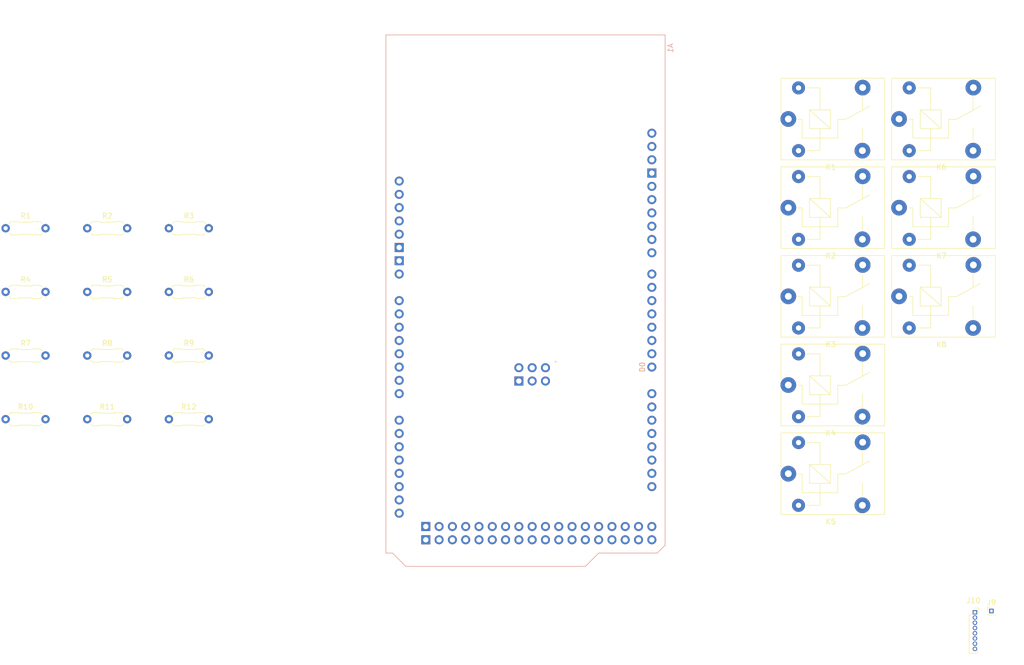
<source format=kicad_pcb>
(kicad_pcb (version 20241229) (generator "pcbnew") (generator_version "9.0")
  (layers (0 "F.Cu" signal) (2 "B.Cu" signal) (13 "F.Paste" user) (15 "B.Paste" user) (5 "F.SilkS" user "F.Silkscreen") (7 "B.SilkS" user "B.Silkscreen") (1 "F.Mask" user) (3 "B.Mask" user) (25 "Edge.Cuts" user))
  (net 0 "")
  (net 21 "Net-(A1-PadA1)")
  (net 28 "Net-(A1-PadA2)")
  (net 49 "Net-(A1-PadA0)")
  (net 53 "Net-(A1-GND-PadGND1)")
  (net 60 "Net-(A1-5V-Pad5V1)")
  (net 66 "Net-(A1-PadA3)")
  (net 91 "/COM")
  (net 92 "Net-(J10-Pin_2)")
  (net 93 "Net-(J10-Pin_4)")
  (net 94 "Net-(J10-Pin_8)")
  (net 95 "Net-(J10-Pin_1)")
  (net 96 "Net-(J10-Pin_7)")
  (net 97 "Net-(J10-Pin_5)")
  (net 98 "Net-(J10-Pin_6)")
  (net 99 "Net-(J10-Pin_3)")
  (net 109 "Net-(R5-Pad2)")
  (net 111 "Net-(R8-Pad2)")
  (net 113 "Net-(R11-Pad2)")
  (net 115 "Net-(R2-Pad2)")
  (net 116 "Net-(A1-GND-PadGND2)")
  (footprint "Resistor_THT:R_Axial_DIN0207_L6.3mm_D2.5mm_P7.62mm_Horizontal_CUSTOM" (layer "F.Cu") (at 77.69 114.833333)
    (property "Reference" "R10" (at 3.81 -2.37 0) (layer "F.SilkS"))
    (property "Value" "1500" (hide yes))
    (pad "1" thru_hole circle (at 0 0) (size 1.6 1.6) (drill 0.8) (layers "*.Cu" "*.Mask"))
    (pad "2" thru_hole oval (at 7.62 0) (size 1.6 1.6) (drill 0.8) (layers "*.Cu" "*.Mask") (net 28 "Net-(A1-PadA2)"))
  )
  (footprint "Resistor_THT:R_Axial_DIN0207_L6.3mm_D2.5mm_P7.62mm_Horizontal_CUSTOM" (layer "F.Cu") (at 108.88 78.333333)
    (property "Reference" "R3" (at 3.81 -2.37 0) (layer "F.SilkS"))
    (property "Value" "68" (hide yes))
    (pad "1" thru_hole circle (at 0 0) (size 1.6 1.6) (drill 0.8) (layers "*.Cu" "*.Mask") (net 115 "Net-(R2-Pad2)"))
    (pad "2" thru_hole oval (at 7.62 0) (size 1.6 1.6) (drill 0.8) (layers "*.Cu" "*.Mask") (net 116 "Net-(A1-GND-PadGND2)"))
  )
  (footprint "Relay_THT:Relay_SPDT_SANYOU_SRD_Series_Form_C" (layer "F.Cu") (at 248.35 57.45)
    (property "Reference" "K6" (at 8.1 9.2 0) (layer "F.SilkS"))
    (property "Value" "SANYOU_SRD_Form_C")
    (pad "1" thru_hole circle (at 0 0 90) (size 3 3) (drill 1.3) (layers "*.Cu" "*.Mask") (net 91 "/COM"))
    (pad "2" thru_hole circle (at 1.95 6.05 90) (size 2.5 2.5) (drill 1) (layers "*.Cu" "*.Mask") (net 53 "Net-(A1-GND-PadGND1)"))
    (pad "3" thru_hole circle (at 14.15 6.05 90) (size 3 3) (drill 1.3) (layers "*.Cu" "*.Mask") (net 98 "Net-(J10-Pin_6)"))
    (pad "4" thru_hole circle (at 14.2 -6 90) (size 3 3) (drill 1.3) (layers "*.Cu" "*.Mask"))
    (pad "5" thru_hole circle (at 1.95 -5.95 90) (size 2.5 2.5) (drill 1) (layers "*.Cu" "*.Mask") (net 60 "Net-(A1-5V-Pad5V1)"))
  )
  (footprint "Resistor_THT:R_Axial_DIN0207_L6.3mm_D2.5mm_P7.62mm_Horizontal_CUSTOM" (layer "F.Cu") (at 93.285 102.666666)
    (property "Reference" "R8" (at 3.81 -2.37 0) (layer "F.SilkS"))
    (property "Value" "330" (hide yes))
    (pad "1" thru_hole circle (at 0 0) (size 1.6 1.6) (drill 0.8) (layers "*.Cu" "*.Mask") (net 66 "Net-(A1-PadA3)"))
    (pad "2" thru_hole oval (at 7.62 0) (size 1.6 1.6) (drill 0.8) (layers "*.Cu" "*.Mask") (net 111 "Net-(R8-Pad2)"))
  )
  (footprint "Relay_THT:Relay_SPDT_SANYOU_SRD_Series_Form_C" (layer "F.Cu") (at 248.35 74.4)
    (property "Reference" "K7" (at 8.1 9.2 0) (layer "F.SilkS"))
    (property "Value" "SANYOU_SRD_Form_C")
    (pad "1" thru_hole circle (at 0 0 90) (size 3 3) (drill 1.3) (layers "*.Cu" "*.Mask") (net 91 "/COM"))
    (pad "2" thru_hole circle (at 1.95 6.05 90) (size 2.5 2.5) (drill 1) (layers "*.Cu" "*.Mask") (net 53 "Net-(A1-GND-PadGND1)"))
    (pad "3" thru_hole circle (at 14.15 6.05 90) (size 3 3) (drill 1.3) (layers "*.Cu" "*.Mask") (net 96 "Net-(J10-Pin_7)"))
    (pad "4" thru_hole circle (at 14.2 -6 90) (size 3 3) (drill 1.3) (layers "*.Cu" "*.Mask"))
    (pad "5" thru_hole circle (at 1.95 -5.95 90) (size 2.5 2.5) (drill 1) (layers "*.Cu" "*.Mask") (net 60 "Net-(A1-5V-Pad5V1)"))
  )
  (footprint "PCM_arduino-library:Arduino_Mega2560_R3_Shield" (layer "F.Cu") (at 150.33 41.37 -90)
    (property "Reference" "A1" (at 2.54 -54.356 90) (layer "B.SilkS") (effects (justify mirror)))
    (property "Value" "Arduino_Mega2560_R3_Shield")
    (fp_text user "." (at 62.484 -32.004 90) (layer "F.SilkS"))
    (fp_text user "D0" (at 63.5 -48.895 270) (layer "F.SilkS"))
    (fp_text user "." (at 62.484 -32.004 90) (layer "B.SilkS"))
    (fp_text user "D0" (at 63.5 -48.895 270) (layer "B.SilkS") (effects (justify mirror)))
    (pad "" np_thru_hole circle (at 13.97 -2.54 270) (size 3.2 3.2) (drill 3.2) (layers "*.Cu" "*.Mask"))
    (pad "" np_thru_hole circle (at 15.24 -50.8 270) (size 3.2 3.2) (drill 3.2) (layers "*.Cu" "*.Mask"))
    (pad "" thru_hole oval (at 27.94 -2.54 270) (size 1.7272 1.7272) (drill 1.016) (layers "*.Cu" "*.Mask"))
    (pad "" np_thru_hole circle (at 66.04 -35.56 270) (size 3.2 3.2) (drill 3.2) (layers "*.Cu" "*.Mask"))
    (pad "" np_thru_hole circle (at 66.04 -7.62 270) (size 3.2 3.2) (drill 3.2) (layers "*.Cu" "*.Mask"))
    (pad "" np_thru_hole circle (at 90.17 -50.8 270) (size 3.2 3.2) (drill 3.2) (layers "*.Cu" "*.Mask"))
    (pad "" np_thru_hole circle (at 96.52 -2.54 270) (size 3.2 3.2) (drill 3.2) (layers "*.Cu" "*.Mask"))
    (pad "3V3" thru_hole oval (at 35.56 -2.54 270) (size 1.7272 1.7272) (drill 1.016) (layers "*.Cu" "*.Mask"))
    (pad "5V1" thru_hole oval (at 38.1 -2.54 270) (size 1.7272 1.7272) (drill 1.016) (layers "*.Cu" "*.Mask") (net 60 "Net-(A1-5V-Pad5V1)"))
    (pad "5V2" thru_hole oval (at 66.167 -30.48 270) (size 1.7272 1.7272) (drill 1.016) (layers "*.Cu" "*.Mask"))
    (pad "5V3" thru_hole oval (at 93.98 -50.8 270) (size 1.7272 1.7272) (drill 1.016) (layers "*.Cu" "*.Mask"))
    (pad "5V4" thru_hole oval (at 96.52 -50.8 270) (size 1.7272 1.7272) (drill 1.016) (layers "*.Cu" "*.Mask"))
    (pad "A0" thru_hole oval (at 50.8 -2.54 270) (size 1.7272 1.7272) (drill 1.016) (layers "*.Cu" "*.Mask") (net 49 "Net-(A1-PadA0)"))
    (pad "A1" thru_hole oval (at 53.34 -2.54 270) (size 1.7272 1.7272) (drill 1.016) (layers "*.Cu" "*.Mask") (net 21 "Net-(A1-PadA1)"))
    (pad "A2" thru_hole oval (at 55.88 -2.54 270) (size 1.7272 1.7272) (drill 1.016) (layers "*.Cu" "*.Mask") (net 28 "Net-(A1-PadA2)"))
    (pad "A3" thru_hole oval (at 58.42 -2.54 270) (size 1.7272 1.7272) (drill 1.016) (layers "*.Cu" "*.Mask") (net 66 "Net-(A1-PadA3)"))
    (pad "A4" thru_hole oval (at 60.96 -2.54 270) (size 1.7272 1.7272) (drill 1.016) (layers "*.Cu" "*.Mask"))
    (pad "A5" thru_hole oval (at 63.5 -2.54 270) (size 1.7272 1.7272) (drill 1.016) (layers "*.Cu" "*.Mask"))
    (pad "A6" thru_hole oval (at 66.04 -2.54 270) (size 1.7272 1.7272) (drill 1.016) (layers "*.Cu" "*.Mask"))
    (pad "A7" thru_hole oval (at 68.58 -2.54 270) (size 1.7272 1.7272) (drill 1.016) (layers "*.Cu" "*.Mask"))
    (pad "A8" thru_hole oval (at 73.66 -2.54 270) (size 1.7272 1.7272) (drill 1.016) (layers "*.Cu" "*.Mask"))
    (pad "A9" thru_hole oval (at 76.2 -2.54 270) (size 1.7272 1.7272) (drill 1.016) (layers "*.Cu" "*.Mask"))
    (pad "A10" thru_hole oval (at 78.74 -2.54 270) (size 1.7272 1.7272) (drill 1.016) (layers "*.Cu" "*.Mask"))
    (pad "A11" thru_hole oval (at 81.28 -2.54 270) (size 1.7272 1.7272) (drill 1.016) (layers "*.Cu" "*.Mask"))
    (pad "A12" thru_hole oval (at 83.82 -2.54 270) (size 1.7272 1.7272) (drill 1.016) (layers "*.Cu" "*.Mask"))
    (pad "A13" thru_hole oval (at 86.36 -2.54 270) (size 1.7272 1.7272) (drill 1.016) (layers "*.Cu" "*.Mask"))
    (pad "A14" thru_hole oval (at 88.9 -2.54 270) (size 1.7272 1.7272) (drill 1.016) (layers "*.Cu" "*.Mask"))
    (pad "A15" thru_hole oval (at 91.44 -2.54 270) (size 1.7272 1.7272) (drill 1.016) (layers "*.Cu" "*.Mask"))
    (pad "AREF" thru_hole oval (at 23.876 -50.8 270) (size 1.7272 1.7272) (drill 1.016) (layers "*.Cu" "*.Mask"))
    (pad "D0" thru_hole oval (at 63.5 -50.8 270) (size 1.7272 1.7272) (drill 1.016) (layers "*.Cu" "*.Mask"))
    (pad "D1" thru_hole oval (at 60.96 -50.8 270) (size 1.7272 1.7272) (drill 1.016) (layers "*.Cu" "*.Mask"))
    (pad "D2" thru_hole oval (at 58.42 -50.8 270) (size 1.7272 1.7272) (drill 1.016) (layers "*.Cu" "*.Mask"))
    (pad "D3" thru_hole oval (at 55.88 -50.8 270) (size 1.7272 1.7272) (drill 1.016) (layers "*.Cu" "*.Mask"))
    (pad "D4" thru_hole oval (at 53.34 -50.8 270) (size 1.7272 1.7272) (drill 1.016) (layers "*.Cu" "*.Mask"))
    (pad "D5" thru_hole oval (at 50.8 -50.8 270) (size 1.7272 1.7272) (drill 1.016) (layers "*.Cu" "*.Mask"))
    (pad "D6" thru_hole oval (at 48.26 -50.8 270) (size 1.7272 1.7272) (drill 1.016) (layers "*.Cu" "*.Mask"))
    (pad "D7" thru_hole oval (at 45.72 -50.8 270) (size 1.7272 1.7272) (drill 1.016) (layers "*.Cu" "*.Mask"))
    (pad "D8" thru_hole oval (at 41.656 -50.8 270) (size 1.7272 1.7272) (drill 1.016) (layers "*.Cu" "*.Mask"))
    (pad "D9" thru_hole oval (at 39.116 -50.8 270) (size 1.7272 1.7272) (drill 1.016) (layers "*.Cu" "*.Mask"))
    (pad "D10" thru_hole oval (at 36.576 -50.8 270) (size 1.7272 1.7272) (drill 1.016) (layers "*.Cu" "*.Mask"))
    (pad "D11" thru_hole oval (at 34.036 -50.8 270) (size 1.7272 1.7272) (drill 1.016) (layers "*.Cu" "*.Mask"))
    (pad "D12" thru_hole oval (at 31.496 -50.8 270) (size 1.7272 1.7272) (drill 1.016) (layers "*.Cu" "*.Mask"))
    (pad "D13" thru_hole oval (at 28.956 -50.8 270) (size 1.7272 1.7272) (drill 1.016) (layers "*.Cu" "*.Mask"))
    (pad "D14" thru_hole oval (at 68.58 -50.8 270) (size 1.7272 1.7272) (drill 1.016) (layers "*.Cu" "*.Mask"))
    (pad "D15" thru_hole oval (at 71.12 -50.8 270) (size 1.7272 1.7272) (drill 1.016) (layers "*.Cu" "*.Mask"))
    (pad "D16" thru_hole oval (at 73.66 -50.8 270) (size 1.7272 1.7272) (drill 1.016) (layers "*.Cu" "*.Mask"))
    (pad "D17" thru_hole oval (at 76.2 -50.8 270) (size 1.7272 1.7272) (drill 1.016) (layers "*.Cu" "*.Mask"))
    (pad "D18" thru_hole oval (at 78.74 -50.8 270) (size 1.7272 1.7272) (drill 1.016) (layers "*.Cu" "*.Mask"))
    (pad "D19" thru_hole oval (at 81.28 -50.8 270) (size 1.7272 1.7272) (drill 1.016) (layers "*.Cu" "*.Mask"))
    (pad "D20" thru_hole oval (at 83.82 -50.8 270) (size 1.7272 1.7272) (drill 1.016) (layers "*.Cu" "*.Mask"))
    (pad "D21" thru_hole oval (at 86.36 -50.8 270) (size 1.7272 1.7272) (drill 1.016) (layers "*.Cu" "*.Mask"))
    (pad "D22" thru_hole oval (at 93.98 -48.26 270) (size 1.7272 1.7272) (drill 1.016) (layers "*.Cu" "*.Mask"))
    (pad "D23" thru_hole oval (at 96.52 -48.26 270) (size 1.7272 1.7272) (drill 1.016) (layers "*.Cu" "*.Mask"))
    (pad "D24" thru_hole oval (at 93.98 -45.72 270) (size 1.7272 1.7272) (drill 1.016) (layers "*.Cu" "*.Mask"))
    (pad "D25" thru_hole oval (at 96.52 -45.72 270) (size 1.7272 1.7272) (drill 1.016) (layers "*.Cu" "*.Mask"))
    (pad "D26" thru_hole oval (at 93.98 -43.18 270) (size 1.7272 1.7272) (drill 1.016) (layers "*.Cu" "*.Mask"))
    (pad "D27" thru_hole oval (at 96.52 -43.18 270) (size 1.7272 1.7272) (drill 1.016) (layers "*.Cu" "*.Mask"))
    (pad "D28" thru_hole oval (at 93.98 -40.64 270) (size 1.7272 1.7272) (drill 1.016) (layers "*.Cu" "*.Mask"))
    (pad "D29" thru_hole oval (at 96.52 -40.64 270) (size 1.7272 1.7272) (drill 1.016) (layers "*.Cu" "*.Mask"))
    (pad "D30" thru_hole oval (at 93.98 -38.1 270) (size 1.7272 1.7272) (drill 1.016) (layers "*.Cu" "*.Mask"))
    (pad "D31" thru_hole oval (at 96.52 -38.1 270) (size 1.7272 1.7272) (drill 1.016) (layers "*.Cu" "*.Mask"))
    (pad "D32" thru_hole oval (at 93.98 -35.56 270) (size 1.7272 1.7272) (drill 1.016) (layers "*.Cu" "*.Mask"))
    (pad "D33" thru_hole oval (at 96.52 -35.56 270) (size 1.7272 1.7272) (drill 1.016) (layers "*.Cu" "*.Mask"))
    (pad "D34" thru_hole oval (at 93.98 -33.02 270) (size 1.7272 1.7272) (drill 1.016) (layers "*.Cu" "*.Mask"))
    (pad "D35" thru_hole oval (at 96.52 -33.02 270) (size 1.7272 1.7272) (drill 1.016) (layers "*.Cu" "*.Mask"))
    (pad "D36" thru_hole oval (at 93.98 -30.48 270) (size 1.7272 1.7272) (drill 1.016) (layers "*.Cu" "*.Mask"))
    (pad "D37" thru_hole oval (at 96.52 -30.48 270) (size 1.7272 1.7272) (drill 1.016) (layers "*.Cu" "*.Mask"))
    (pad "D38" thru_hole oval (at 93.98 -27.94 270) (size 1.7272 1.7272) (drill 1.016) (layers "*.Cu" "*.Mask"))
    (pad "D39" thru_hole oval (at 96.52 -27.94 270) (size 1.7272 1.7272) (drill 1.016) (layers "*.Cu" "*.Mask"))
    (pad "D40" thru_hole oval (at 93.98 -25.4 270) (size 1.7272 1.7272) (drill 1.016) (layers "*.Cu" "*.Mask"))
    (pad "D41" thru_hole oval (at 96.52 -25.4 270) (size 1.7272 1.7272) (drill 1.016) (layers "*.Cu" "*.Mask"))
    (pad "D42" thru_hole oval (at 93.98 -22.86 270) (size 1.7272 1.7272) (drill 1.016) (layers "*.Cu" "*.Mask"))
    (pad "D43" thru_hole oval (at 96.52 -22.86 270) (size 1.7272 1.7272) (drill 1.016) (layers "*.Cu" "*.Mask"))
    (pad "D44" thru_hole oval (at 93.98 -20.32 270) (size 1.7272 1.7272) (drill 1.016) (layers "*.Cu" "*.Mask"))
    (pad "D45" thru_hole oval (at 96.52 -20.32 270) (size 1.7272 1.7272) (drill 1.016) (layers "*.Cu" "*.Mask"))
    (pad "D46" thru_hole oval (at 93.98 -17.78 270) (size 1.7272 1.7272) (drill 1.016) (layers "*.Cu" "*.Mask"))
    (pad "D47" thru_hole oval (at 96.52 -17.78 270) (size 1.7272 1.7272) (drill 1.016) (layers "*.Cu" "*.Mask"))
    (pad "D48" thru_hole oval (at 93.98 -15.24 270) (size 1.7272 1.7272) (drill 1.016) (layers "*.Cu" "*.Mask"))
    (pad "D49" thru_hole oval (at 96.52 -15.24 270) (size 1.7272 1.7272) (drill 1.016) (layers "*.Cu" "*.Mask"))
    (pad "D50" thru_hole oval (at 93.98 -12.7 270) (size 1.7272 1.7272) (drill 1.016) (layers "*.Cu" "*.Mask"))
    (pad "D51" thru_hole oval (at 96.52 -12.7 270) (size 1.7272 1.7272) (drill 1.016) (layers "*.Cu" "*.Mask"))
    (pad "D52" thru_hole oval (at 93.98 -10.16 270) (size 1.7272 1.7272) (drill 1.016) (layers "*.Cu" "*.Mask"))
    (pad "D53" thru_hole oval (at 96.52 -10.16 270) (size 1.7272 1.7272) (drill 1.016) (layers "*.Cu" "*.Mask"))
    (pad "GND1" thru_hole rect (at 26.416 -50.8 270) (size 1.7272 1.7272) (drill 1.016) (layers "*.Cu" "*.Mask") (net 53 "Net-(A1-GND-PadGND1)"))
    (pad "GND2" thru_hole rect (at 40.64 -2.54 270) (size 1.7272 1.7272) (drill 1.016) (layers "*.Cu" "*.Mask") (net 116 "Net-(A1-GND-PadGND2)"))
    (pad "GND3" thru_hole rect (at 43.18 -2.54 270) (size 1.7272 1.7272) (drill 1.016) (layers "*.Cu" "*.Mask"))
    (pad "GND4" thru_hole rect (at 66.167 -25.4 270) (size 1.7272 1.7272) (drill 1.016) (layers "*.Cu" "*.Mask"))
    (pad "GND5" thru_hole rect (at 93.98 -7.62 270) (size 1.7272 1.7272) (drill 1.016) (layers "*.Cu" "*.Mask"))
    (pad "GND6" thru_hole rect (at 96.52 -7.62 270) (size 1.7272 1.7272) (drill 1.016) (layers "*.Cu" "*.Mask"))
    (pad "IORF" thru_hole oval (at 30.48 -2.54 270) (size 1.7272 1.7272) (drill 1.016) (layers "*.Cu" "*.Mask"))
    (pad "MISO" thru_hole oval (at 63.627 -30.48 270) (size 1.7272 1.7272) (drill 1.016) (layers "*.Cu" "*.Mask"))
    (pad "MOSI" thru_hole oval (at 66.167 -27.94 270) (size 1.7272 1.7272) (drill 1.016) (layers "*.Cu" "*.Mask"))
    (pad "RST1" thru_hole oval (at 33.02 -2.54 270) (size 1.7272 1.7272) (drill 1.016) (layers "*.Cu" "*.Mask"))
    (pad "RST2" thru_hole oval (at 63.627 -25.4 270) (size 1.7272 1.7272) (drill 1.016) (layers "*.Cu" "*.Mask"))
    (pad "SCK" thru_hole oval (at 63.627 -27.94 270) (size 1.7272 1.7272) (drill 1.016) (layers "*.Cu" "*.Mask"))
    (pad "SCL" thru_hole oval (at 18.796 -50.8 270) (size 1.7272 1.7272) (drill 1.016) (layers "*.Cu" "*.Mask"))
    (pad "SDA" thru_hole oval (at 21.336 -50.8 270) (size 1.7272 1.7272) (drill 1.016) (layers "*.Cu" "*.Mask"))
    (pad "VIN" thru_hole oval (at 45.72 -2.54 270) (size 1.7272 1.7272) (drill 1.016) (layers "*.Cu" "*.Mask"))
  )
  (footprint "Connector_PinSocket_1.00mm:PinSocket_1x08_P1.00mm_Vertical" (layer "F.Cu") (at 262.85 151.75)
    (property "Reference" "J10" (at -0.29 -2.25 0) (layer "F.SilkS"))
    (property "Value" "Conn_01x08_Socket")
    (pad "1" thru_hole rect (at 0 0) (size 0.85 0.85) (drill 0.5) (layers "*.Cu" "*.Mask") (net 95 "Net-(J10-Pin_1)"))
    (pad "2" thru_hole circle (at 0 1) (size 0.85 0.85) (drill 0.5) (layers "*.Cu" "*.Mask") (net 92 "Net-(J10-Pin_2)"))
    (pad "3" thru_hole circle (at 0 2) (size 0.85 0.85) (drill 0.5) (layers "*.Cu" "*.Mask") (net 99 "Net-(J10-Pin_3)"))
    (pad "4" thru_hole circle (at 0 3) (size 0.85 0.85) (drill 0.5) (layers "*.Cu" "*.Mask") (net 93 "Net-(J10-Pin_4)"))
    (pad "5" thru_hole circle (at 0 4) (size 0.85 0.85) (drill 0.5) (layers "*.Cu" "*.Mask") (net 97 "Net-(J10-Pin_5)"))
    (pad "6" thru_hole circle (at 0 5) (size 0.85 0.85) (drill 0.5) (layers "*.Cu" "*.Mask") (net 98 "Net-(J10-Pin_6)"))
    (pad "7" thru_hole circle (at 0 6) (size 0.85 0.85) (drill 0.5) (layers "*.Cu" "*.Mask") (net 96 "Net-(J10-Pin_7)"))
    (pad "8" thru_hole circle (at 0 7) (size 0.85 0.85) (drill 0.5) (layers "*.Cu" "*.Mask") (net 94 "Net-(J10-Pin_8)"))
  )
  (footprint "Relay_THT:Relay_SPDT_SANYOU_SRD_Series_Form_C" (layer "F.Cu") (at 227.2 57.45)
    (property "Reference" "K1" (at 8.1 9.2 0) (layer "F.SilkS"))
    (property "Value" "SANYOU_SRD_Form_C")
    (pad "1" thru_hole circle (at 0 0 90) (size 3 3) (drill 1.3) (layers "*.Cu" "*.Mask") (net 91 "/COM"))
    (pad "2" thru_hole circle (at 1.95 6.05 90) (size 2.5 2.5) (drill 1) (layers "*.Cu" "*.Mask") (net 53 "Net-(A1-GND-PadGND1)"))
    (pad "3" thru_hole circle (at 14.15 6.05 90) (size 3 3) (drill 1.3) (layers "*.Cu" "*.Mask") (net 95 "Net-(J10-Pin_1)"))
    (pad "4" thru_hole circle (at 14.2 -6 90) (size 3 3) (drill 1.3) (layers "*.Cu" "*.Mask"))
    (pad "5" thru_hole circle (at 1.95 -5.95 90) (size 2.5 2.5) (drill 1) (layers "*.Cu" "*.Mask") (net 60 "Net-(A1-5V-Pad5V1)"))
  )
  (footprint "Relay_THT:Relay_SPDT_SANYOU_SRD_Series_Form_C" (layer "F.Cu") (at 227.2 125.25)
    (property "Reference" "K5" (at 8.1 9.2 0) (layer "F.SilkS"))
    (property "Value" "SANYOU_SRD_Form_C")
    (pad "1" thru_hole circle (at 0 0 90) (size 3 3) (drill 1.3) (layers "*.Cu" "*.Mask") (net 91 "/COM"))
    (pad "2" thru_hole circle (at 1.95 6.05 90) (size 2.5 2.5) (drill 1) (layers "*.Cu" "*.Mask") (net 53 "Net-(A1-GND-PadGND1)"))
    (pad "3" thru_hole circle (at 14.15 6.05 90) (size 3 3) (drill 1.3) (layers "*.Cu" "*.Mask") (net 97 "Net-(J10-Pin_5)"))
    (pad "4" thru_hole circle (at 14.2 -6 90) (size 3 3) (drill 1.3) (layers "*.Cu" "*.Mask"))
    (pad "5" thru_hole circle (at 1.95 -5.95 90) (size 2.5 2.5) (drill 1) (layers "*.Cu" "*.Mask") (net 60 "Net-(A1-5V-Pad5V1)"))
  )
  (footprint "Resistor_THT:R_Axial_DIN0207_L6.3mm_D2.5mm_P7.62mm_Horizontal_CUSTOM" (layer "F.Cu") (at 77.69 102.666666)
    (property "Reference" "R7" (at 3.81 -2.37 0) (layer "F.SilkS"))
    (property "Value" "1500" (hide yes))
    (pad "1" thru_hole circle (at 0 0) (size 1.6 1.6) (drill 0.8) (layers "*.Cu" "*.Mask"))
    (pad "2" thru_hole oval (at 7.62 0) (size 1.6 1.6) (drill 0.8) (layers "*.Cu" "*.Mask") (net 66 "Net-(A1-PadA3)"))
  )
  (footprint "Resistor_THT:R_Axial_DIN0207_L6.3mm_D2.5mm_P7.62mm_Horizontal_CUSTOM" (layer "F.Cu") (at 108.88 102.666666)
    (property "Reference" "R9" (at 3.81 -2.37 0) (layer "F.SilkS"))
    (property "Value" "68" (hide yes))
    (pad "1" thru_hole circle (at 0 0) (size 1.6 1.6) (drill 0.8) (layers "*.Cu" "*.Mask") (net 111 "Net-(R8-Pad2)"))
    (pad "2" thru_hole oval (at 7.62 0) (size 1.6 1.6) (drill 0.8) (layers "*.Cu" "*.Mask") (net 116 "Net-(A1-GND-PadGND2)"))
  )
  (footprint "Relay_THT:Relay_SPDT_SANYOU_SRD_Series_Form_C" (layer "F.Cu") (at 227.2 91.35)
    (property "Reference" "K3" (at 8.1 9.2 0) (layer "F.SilkS"))
    (property "Value" "SANYOU_SRD_Form_C")
    (pad "1" thru_hole circle (at 0 0 90) (size 3 3) (drill 1.3) (layers "*.Cu" "*.Mask") (net 91 "/COM"))
    (pad "2" thru_hole circle (at 1.95 6.05 90) (size 2.5 2.5) (drill 1) (layers "*.Cu" "*.Mask") (net 53 "Net-(A1-GND-PadGND1)"))
    (pad "3" thru_hole circle (at 14.15 6.05 90) (size 3 3) (drill 1.3) (layers "*.Cu" "*.Mask") (net 99 "Net-(J10-Pin_3)"))
    (pad "4" thru_hole circle (at 14.2 -6 90) (size 3 3) (drill 1.3) (layers "*.Cu" "*.Mask"))
    (pad "5" thru_hole circle (at 1.95 -5.95 90) (size 2.5 2.5) (drill 1) (layers "*.Cu" "*.Mask") (net 60 "Net-(A1-5V-Pad5V1)"))
  )
  (footprint "Resistor_THT:R_Axial_DIN0207_L6.3mm_D2.5mm_P7.62mm_Horizontal_CUSTOM" (layer "F.Cu") (at 93.285 78.333333)
    (property "Reference" "R2" (at 3.81 -2.37 0) (layer "F.SilkS"))
    (property "Value" "330" (hide yes))
    (pad "1" thru_hole circle (at 0 0) (size 1.6 1.6) (drill 0.8) (layers "*.Cu" "*.Mask") (net 49 "Net-(A1-PadA0)"))
    (pad "2" thru_hole oval (at 7.62 0) (size 1.6 1.6) (drill 0.8) (layers "*.Cu" "*.Mask") (net 115 "Net-(R2-Pad2)"))
  )
  (footprint "Resistor_THT:R_Axial_DIN0207_L6.3mm_D2.5mm_P7.62mm_Horizontal_CUSTOM" (layer "F.Cu") (at 77.69 78.333333)
    (property "Reference" "R1" (at 3.81 -2.37 0) (layer "F.SilkS"))
    (property "Value" "1500" (hide yes))
    (pad "1" thru_hole circle (at 0 0) (size 1.6 1.6) (drill 0.8) (layers "*.Cu" "*.Mask"))
    (pad "2" thru_hole oval (at 7.62 0) (size 1.6 1.6) (drill 0.8) (layers "*.Cu" "*.Mask") (net 49 "Net-(A1-PadA0)"))
  )
  (footprint "Resistor_THT:R_Axial_DIN0207_L6.3mm_D2.5mm_P7.62mm_Horizontal_CUSTOM" (layer "F.Cu") (at 93.285 114.833333)
    (property "Reference" "R11" (at 3.81 -2.37 0) (layer "F.SilkS"))
    (property "Value" "330" (hide yes))
    (pad "1" thru_hole circle (at 0 0) (size 1.6 1.6) (drill 0.8) (layers "*.Cu" "*.Mask") (net 28 "Net-(A1-PadA2)"))
    (pad "2" thru_hole oval (at 7.62 0) (size 1.6 1.6) (drill 0.8) (layers "*.Cu" "*.Mask") (net 113 "Net-(R11-Pad2)"))
  )
  (footprint "Relay_THT:Relay_SPDT_SANYOU_SRD_Series_Form_C" (layer "F.Cu") (at 227.2 108.3)
    (property "Reference" "K4" (at 8.1 9.2 0) (layer "F.SilkS"))
    (property "Value" "SANYOU_SRD_Form_C")
    (pad "1" thru_hole circle (at 0 0 90) (size 3 3) (drill 1.3) (layers "*.Cu" "*.Mask") (net 91 "/COM"))
    (pad "2" thru_hole circle (at 1.95 6.05 90) (size 2.5 2.5) (drill 1) (layers "*.Cu" "*.Mask") (net 53 "Net-(A1-GND-PadGND1)"))
    (pad "3" thru_hole circle (at 14.15 6.05 90) (size 3 3) (drill 1.3) (layers "*.Cu" "*.Mask") (net 93 "Net-(J10-Pin_4)"))
    (pad "4" thru_hole circle (at 14.2 -6 90) (size 3 3) (drill 1.3) (layers "*.Cu" "*.Mask"))
    (pad "5" thru_hole circle (at 1.95 -5.95 90) (size 2.5 2.5) (drill 1) (layers "*.Cu" "*.Mask") (net 60 "Net-(A1-5V-Pad5V1)"))
  )
  (footprint "Connector_PinHeader_1.00mm:PinHeader_1x01_P1.00mm_Vertical" (layer "F.Cu") (at 266 151.5)
    (property "Reference" "J9" (at 0 -1.61 0) (layer "F.SilkS"))
    (property "Value" "Conn_01x01_Pin")
    (pad "1" thru_hole rect (at 0 0) (size 0.85 0.85) (drill 0.5) (layers "*.Cu" "*.Mask") (net 91 "/COM"))
  )
  (footprint "Relay_THT:Relay_SPDT_SANYOU_SRD_Series_Form_C" (layer "F.Cu") (at 227.2 74.4)
    (property "Reference" "K2" (at 8.1 9.2 0) (layer "F.SilkS"))
    (property "Value" "SANYOU_SRD_Form_C")
    (pad "1" thru_hole circle (at 0 0 90) (size 3 3) (drill 1.3) (layers "*.Cu" "*.Mask") (net 91 "/COM"))
    (pad "2" thru_hole circle (at 1.95 6.05 90) (size 2.5 2.5) (drill 1) (layers "*.Cu" "*.Mask") (net 53 "Net-(A1-GND-PadGND1)"))
    (pad "3" thru_hole circle (at 14.15 6.05 90) (size 3 3) (drill 1.3) (layers "*.Cu" "*.Mask") (net 92 "Net-(J10-Pin_2)"))
    (pad "4" thru_hole circle (at 14.2 -6 90) (size 3 3) (drill 1.3) (layers "*.Cu" "*.Mask"))
    (pad "5" thru_hole circle (at 1.95 -5.95 90) (size 2.5 2.5) (drill 1) (layers "*.Cu" "*.Mask") (net 60 "Net-(A1-5V-Pad5V1)"))
  )
  (footprint "Resistor_THT:R_Axial_DIN0207_L6.3mm_D2.5mm_P7.62mm_Horizontal_CUSTOM" (layer "F.Cu") (at 108.88 90.5)
    (property "Reference" "R6" (at 3.81 -2.37 0) (layer "F.SilkS"))
    (property "Value" "68" (hide yes))
    (pad "1" thru_hole circle (at 0 0) (size 1.6 1.6) (drill 0.8) (layers "*.Cu" "*.Mask") (net 109 "Net-(R5-Pad2)"))
    (pad "2" thru_hole oval (at 7.62 0) (size 1.6 1.6) (drill 0.8) (layers "*.Cu" "*.Mask") (net 116 "Net-(A1-GND-PadGND2)"))
  )
  (footprint "Relay_THT:Relay_SPDT_SANYOU_SRD_Series_Form_C" (layer "F.Cu") (at 248.35 91.35)
    (property "Reference" "K8" (at 8.1 9.2 0) (layer "F.SilkS"))
    (property "Value" "SANYOU_SRD_Form_C")
    (pad "1" thru_hole circle (at 0 0 90) (size 3 3) (drill 1.3) (layers "*.Cu" "*.Mask") (net 91 "/COM"))
    (pad "2" thru_hole circle (at 1.95 6.05 90) (size 2.5 2.5) (drill 1) (layers "*.Cu" "*.Mask") (net 53 "Net-(A1-GND-PadGND1)"))
    (pad "3" thru_hole circle (at 14.15 6.05 90) (size 3 3) (drill 1.3) (layers "*.Cu" "*.Mask") (net 94 "Net-(J10-Pin_8)"))
    (pad "4" thru_hole circle (at 14.2 -6 90) (size 3 3) (drill 1.3) (layers "*.Cu" "*.Mask"))
    (pad "5" thru_hole circle (at 1.95 -5.95 90) (size 2.5 2.5) (drill 1) (layers "*.Cu" "*.Mask") (net 60 "Net-(A1-5V-Pad5V1)"))
  )
  (footprint "Resistor_THT:R_Axial_DIN0207_L6.3mm_D2.5mm_P7.62mm_Horizontal_CUSTOM" (layer "F.Cu") (at 108.88 114.833333)
    (property "Reference" "R12" (at 3.81 -2.37 0) (layer "F.SilkS"))
    (property "Value" "68" (hide yes))
    (pad "1" thru_hole circle (at 0 0) (size 1.6 1.6) (drill 0.8) (layers "*.Cu" "*.Mask") (net 113 "Net-(R11-Pad2)"))
    (pad "2" thru_hole oval (at 7.62 0) (size 1.6 1.6) (drill 0.8) (layers "*.Cu" "*.Mask") (net 116 "Net-(A1-GND-PadGND2)"))
  )
  (footprint "Resistor_THT:R_Axial_DIN0207_L6.3mm_D2.5mm_P7.62mm_Horizontal_CUSTOM" (layer "F.Cu") (at 77.69 90.5)
    (property "Reference" "R4" (at 3.81 -2.37 0) (layer "F.SilkS"))
    (property "Value" "1500" (hide yes))
    (pad "1" thru_hole circle (at 0 0) (size 1.6 1.6) (drill 0.8) (layers "*.Cu" "*.Mask"))
    (pad "2" thru_hole oval (at 7.62 0) (size 1.6 1.6) (drill 0.8) (layers "*.Cu" "*.Mask") (net 21 "Net-(A1-PadA1)"))
  )
  (footprint "Resistor_THT:R_Axial_DIN0207_L6.3mm_D2.5mm_P7.62mm_Horizontal_CUSTOM" (layer "F.Cu") (at 93.285 90.5)
    (property "Reference" "R5" (at 3.81 -2.37 0) (layer "F.SilkS"))
    (property "Value" "330" (hide yes))
    (pad "1" thru_hole circle (at 0 0) (size 1.6 1.6) (drill 0.8) (layers "*.Cu" "*.Mask") (net 21 "Net-(A1-PadA1)"))
    (pad "2" thru_hole oval (at 7.62 0) (size 1.6 1.6) (drill 0.8) (layers "*.Cu" "*.Mask") (net 109 "Net-(R5-Pad2)"))
  )
)
</source>
